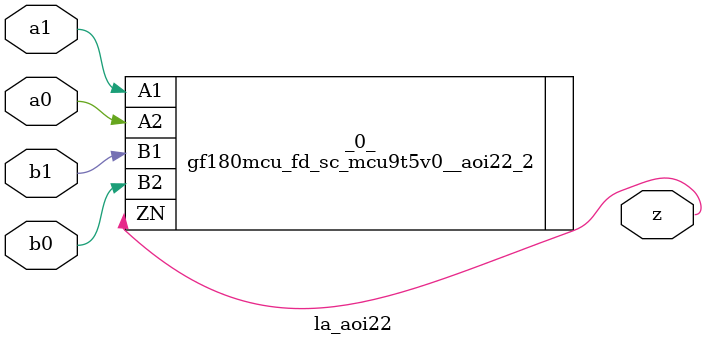
<source format=v>

/* Generated by Yosys 0.37 (git sha1 a5c7f69ed, clang 14.0.0-1ubuntu1.1 -fPIC -Os) */

module la_aoi22(a0, a1, b0, b1, z);
  input a0;
  wire a0;
  input a1;
  wire a1;
  input b0;
  wire b0;
  input b1;
  wire b1;
  output z;
  wire z;
  gf180mcu_fd_sc_mcu9t5v0__aoi22_2 _0_ (
    .A1(a1),
    .A2(a0),
    .B1(b1),
    .B2(b0),
    .ZN(z)
  );
endmodule

</source>
